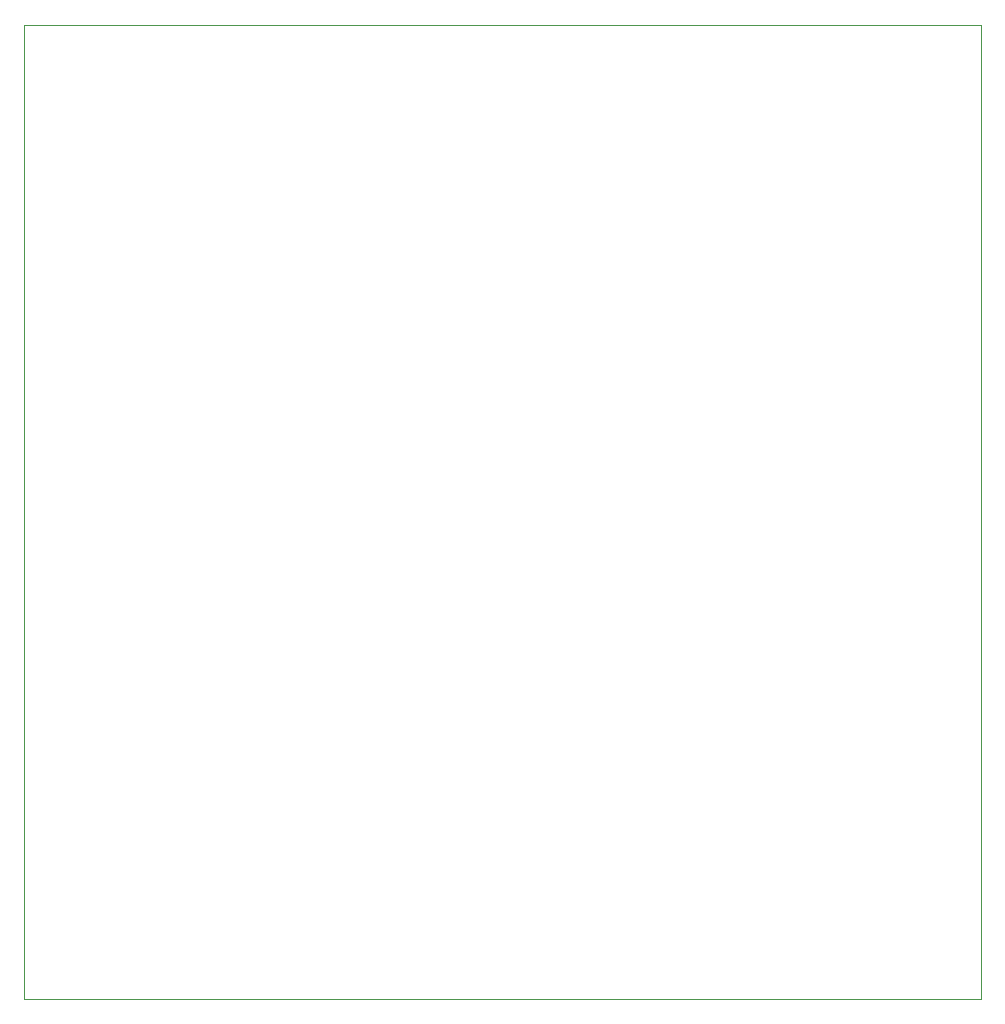
<source format=gbr>
%TF.GenerationSoftware,KiCad,Pcbnew,8.0.4*%
%TF.CreationDate,2024-11-13T20:29:26+01:00*%
%TF.ProjectId,plant,706c616e-742e-46b6-9963-61645f706362,rev?*%
%TF.SameCoordinates,Original*%
%TF.FileFunction,Profile,NP*%
%FSLAX46Y46*%
G04 Gerber Fmt 4.6, Leading zero omitted, Abs format (unit mm)*
G04 Created by KiCad (PCBNEW 8.0.4) date 2024-11-13 20:29:26*
%MOMM*%
%LPD*%
G01*
G04 APERTURE LIST*
%TA.AperFunction,Profile*%
%ADD10C,0.050000*%
%TD*%
G04 APERTURE END LIST*
D10*
X49706250Y-24296167D02*
X130708667Y-24296167D01*
X130708667Y-106793750D01*
X49706250Y-106793750D01*
X49706250Y-24296167D01*
M02*

</source>
